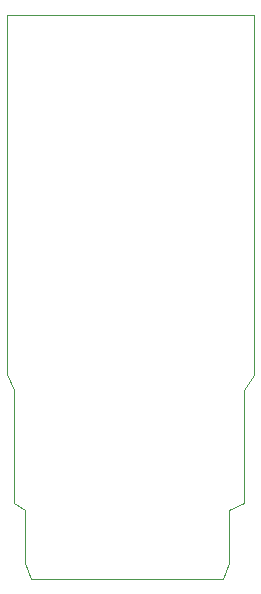
<source format=gbr>
G04 #@! TF.GenerationSoftware,KiCad,Pcbnew,(5.1.9)-1*
G04 #@! TF.CreationDate,2021-03-01T14:21:52+01:00*
G04 #@! TF.ProjectId,button_v1.2.2_Coin_Cell,62757474-6f6e-45f7-9631-2e322e325f43,rev?*
G04 #@! TF.SameCoordinates,Original*
G04 #@! TF.FileFunction,Profile,NP*
%FSLAX46Y46*%
G04 Gerber Fmt 4.6, Leading zero omitted, Abs format (unit mm)*
G04 Created by KiCad (PCBNEW (5.1.9)-1) date 2021-03-01 14:21:52*
%MOMM*%
%LPD*%
G01*
G04 APERTURE LIST*
G04 #@! TA.AperFunction,Profile*
%ADD10C,0.100000*%
G04 #@! TD*
G04 #@! TA.AperFunction,Profile*
%ADD11C,0.050000*%
G04 #@! TD*
G04 APERTURE END LIST*
D10*
X115570000Y-54546500D02*
X136525000Y-54546500D01*
D11*
X133858000Y-102362000D02*
X134366000Y-100965000D01*
X117094000Y-100965000D02*
X117602000Y-102362000D01*
X134366000Y-96520000D02*
X135636000Y-95885000D01*
D10*
X134366000Y-96520000D02*
X134366000Y-100965000D01*
D11*
X136525000Y-85090000D02*
X135636000Y-86360000D01*
D10*
X135636000Y-86360000D02*
X135636000Y-95885000D01*
X136525000Y-80645000D02*
X136525000Y-85090000D01*
X136525000Y-78105000D02*
X136525000Y-80645000D01*
D11*
X116205000Y-95885000D02*
X117094000Y-96520000D01*
D10*
X116205000Y-95885000D02*
X116205000Y-86360000D01*
D11*
X115570000Y-85000000D02*
X116205000Y-86360000D01*
D10*
X115570000Y-85000000D02*
X115570000Y-84000000D01*
X115570000Y-84000000D02*
X115570000Y-54546500D01*
X136525000Y-54546500D02*
X136525000Y-78105000D01*
X117094000Y-100965000D02*
X117094000Y-96520000D01*
X133858000Y-102362000D02*
X117602000Y-102362000D01*
M02*

</source>
